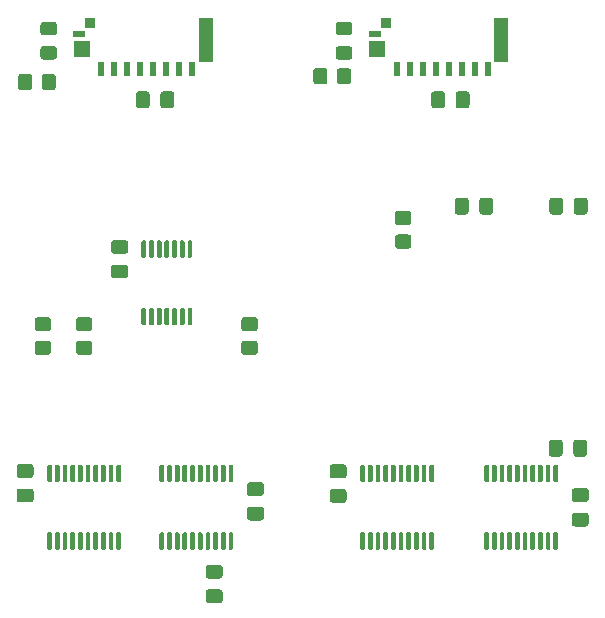
<source format=gbr>
%TF.GenerationSoftware,KiCad,Pcbnew,5.1.9+dfsg1-1*%
%TF.CreationDate,2023-01-11T12:06:23+00:00*%
%TF.ProjectId,Atari_ST_HDD_EMULATOR,41746172-695f-4535-945f-4844445f454d,1.0_dh219*%
%TF.SameCoordinates,Original*%
%TF.FileFunction,Paste,Top*%
%TF.FilePolarity,Positive*%
%FSLAX46Y46*%
G04 Gerber Fmt 4.6, Leading zero omitted, Abs format (unit mm)*
G04 Created by KiCad (PCBNEW 5.1.9+dfsg1-1) date 2023-01-11 12:06:23*
%MOMM*%
%LPD*%
G01*
G04 APERTURE LIST*
%ADD10R,0.939800X0.838200*%
%ADD11R,0.990600X0.609600*%
%ADD12R,1.447800X1.397000*%
%ADD13R,1.193800X3.784600*%
%ADD14R,0.609600X1.244600*%
G04 APERTURE END LIST*
%TO.C,U6*%
G36*
G01*
X134175000Y-89875000D02*
X133975000Y-89875000D01*
G75*
G02*
X133875000Y-89775000I0J100000D01*
G01*
X133875000Y-88500000D01*
G75*
G02*
X133975000Y-88400000I100000J0D01*
G01*
X134175000Y-88400000D01*
G75*
G02*
X134275000Y-88500000I0J-100000D01*
G01*
X134275000Y-89775000D01*
G75*
G02*
X134175000Y-89875000I-100000J0D01*
G01*
G37*
G36*
G01*
X134825000Y-89875000D02*
X134625000Y-89875000D01*
G75*
G02*
X134525000Y-89775000I0J100000D01*
G01*
X134525000Y-88500000D01*
G75*
G02*
X134625000Y-88400000I100000J0D01*
G01*
X134825000Y-88400000D01*
G75*
G02*
X134925000Y-88500000I0J-100000D01*
G01*
X134925000Y-89775000D01*
G75*
G02*
X134825000Y-89875000I-100000J0D01*
G01*
G37*
G36*
G01*
X135475000Y-89875000D02*
X135275000Y-89875000D01*
G75*
G02*
X135175000Y-89775000I0J100000D01*
G01*
X135175000Y-88500000D01*
G75*
G02*
X135275000Y-88400000I100000J0D01*
G01*
X135475000Y-88400000D01*
G75*
G02*
X135575000Y-88500000I0J-100000D01*
G01*
X135575000Y-89775000D01*
G75*
G02*
X135475000Y-89875000I-100000J0D01*
G01*
G37*
G36*
G01*
X136125000Y-89875000D02*
X135925000Y-89875000D01*
G75*
G02*
X135825000Y-89775000I0J100000D01*
G01*
X135825000Y-88500000D01*
G75*
G02*
X135925000Y-88400000I100000J0D01*
G01*
X136125000Y-88400000D01*
G75*
G02*
X136225000Y-88500000I0J-100000D01*
G01*
X136225000Y-89775000D01*
G75*
G02*
X136125000Y-89875000I-100000J0D01*
G01*
G37*
G36*
G01*
X136775000Y-89875000D02*
X136575000Y-89875000D01*
G75*
G02*
X136475000Y-89775000I0J100000D01*
G01*
X136475000Y-88500000D01*
G75*
G02*
X136575000Y-88400000I100000J0D01*
G01*
X136775000Y-88400000D01*
G75*
G02*
X136875000Y-88500000I0J-100000D01*
G01*
X136875000Y-89775000D01*
G75*
G02*
X136775000Y-89875000I-100000J0D01*
G01*
G37*
G36*
G01*
X137425000Y-89875000D02*
X137225000Y-89875000D01*
G75*
G02*
X137125000Y-89775000I0J100000D01*
G01*
X137125000Y-88500000D01*
G75*
G02*
X137225000Y-88400000I100000J0D01*
G01*
X137425000Y-88400000D01*
G75*
G02*
X137525000Y-88500000I0J-100000D01*
G01*
X137525000Y-89775000D01*
G75*
G02*
X137425000Y-89875000I-100000J0D01*
G01*
G37*
G36*
G01*
X138075000Y-89875000D02*
X137875000Y-89875000D01*
G75*
G02*
X137775000Y-89775000I0J100000D01*
G01*
X137775000Y-88500000D01*
G75*
G02*
X137875000Y-88400000I100000J0D01*
G01*
X138075000Y-88400000D01*
G75*
G02*
X138175000Y-88500000I0J-100000D01*
G01*
X138175000Y-89775000D01*
G75*
G02*
X138075000Y-89875000I-100000J0D01*
G01*
G37*
G36*
G01*
X138725000Y-89875000D02*
X138525000Y-89875000D01*
G75*
G02*
X138425000Y-89775000I0J100000D01*
G01*
X138425000Y-88500000D01*
G75*
G02*
X138525000Y-88400000I100000J0D01*
G01*
X138725000Y-88400000D01*
G75*
G02*
X138825000Y-88500000I0J-100000D01*
G01*
X138825000Y-89775000D01*
G75*
G02*
X138725000Y-89875000I-100000J0D01*
G01*
G37*
G36*
G01*
X139375000Y-89875000D02*
X139175000Y-89875000D01*
G75*
G02*
X139075000Y-89775000I0J100000D01*
G01*
X139075000Y-88500000D01*
G75*
G02*
X139175000Y-88400000I100000J0D01*
G01*
X139375000Y-88400000D01*
G75*
G02*
X139475000Y-88500000I0J-100000D01*
G01*
X139475000Y-89775000D01*
G75*
G02*
X139375000Y-89875000I-100000J0D01*
G01*
G37*
G36*
G01*
X140025000Y-89875000D02*
X139825000Y-89875000D01*
G75*
G02*
X139725000Y-89775000I0J100000D01*
G01*
X139725000Y-88500000D01*
G75*
G02*
X139825000Y-88400000I100000J0D01*
G01*
X140025000Y-88400000D01*
G75*
G02*
X140125000Y-88500000I0J-100000D01*
G01*
X140125000Y-89775000D01*
G75*
G02*
X140025000Y-89875000I-100000J0D01*
G01*
G37*
G36*
G01*
X140025000Y-95600000D02*
X139825000Y-95600000D01*
G75*
G02*
X139725000Y-95500000I0J100000D01*
G01*
X139725000Y-94225000D01*
G75*
G02*
X139825000Y-94125000I100000J0D01*
G01*
X140025000Y-94125000D01*
G75*
G02*
X140125000Y-94225000I0J-100000D01*
G01*
X140125000Y-95500000D01*
G75*
G02*
X140025000Y-95600000I-100000J0D01*
G01*
G37*
G36*
G01*
X139375000Y-95600000D02*
X139175000Y-95600000D01*
G75*
G02*
X139075000Y-95500000I0J100000D01*
G01*
X139075000Y-94225000D01*
G75*
G02*
X139175000Y-94125000I100000J0D01*
G01*
X139375000Y-94125000D01*
G75*
G02*
X139475000Y-94225000I0J-100000D01*
G01*
X139475000Y-95500000D01*
G75*
G02*
X139375000Y-95600000I-100000J0D01*
G01*
G37*
G36*
G01*
X138725000Y-95600000D02*
X138525000Y-95600000D01*
G75*
G02*
X138425000Y-95500000I0J100000D01*
G01*
X138425000Y-94225000D01*
G75*
G02*
X138525000Y-94125000I100000J0D01*
G01*
X138725000Y-94125000D01*
G75*
G02*
X138825000Y-94225000I0J-100000D01*
G01*
X138825000Y-95500000D01*
G75*
G02*
X138725000Y-95600000I-100000J0D01*
G01*
G37*
G36*
G01*
X138075000Y-95600000D02*
X137875000Y-95600000D01*
G75*
G02*
X137775000Y-95500000I0J100000D01*
G01*
X137775000Y-94225000D01*
G75*
G02*
X137875000Y-94125000I100000J0D01*
G01*
X138075000Y-94125000D01*
G75*
G02*
X138175000Y-94225000I0J-100000D01*
G01*
X138175000Y-95500000D01*
G75*
G02*
X138075000Y-95600000I-100000J0D01*
G01*
G37*
G36*
G01*
X137425000Y-95600000D02*
X137225000Y-95600000D01*
G75*
G02*
X137125000Y-95500000I0J100000D01*
G01*
X137125000Y-94225000D01*
G75*
G02*
X137225000Y-94125000I100000J0D01*
G01*
X137425000Y-94125000D01*
G75*
G02*
X137525000Y-94225000I0J-100000D01*
G01*
X137525000Y-95500000D01*
G75*
G02*
X137425000Y-95600000I-100000J0D01*
G01*
G37*
G36*
G01*
X136775000Y-95600000D02*
X136575000Y-95600000D01*
G75*
G02*
X136475000Y-95500000I0J100000D01*
G01*
X136475000Y-94225000D01*
G75*
G02*
X136575000Y-94125000I100000J0D01*
G01*
X136775000Y-94125000D01*
G75*
G02*
X136875000Y-94225000I0J-100000D01*
G01*
X136875000Y-95500000D01*
G75*
G02*
X136775000Y-95600000I-100000J0D01*
G01*
G37*
G36*
G01*
X136125000Y-95600000D02*
X135925000Y-95600000D01*
G75*
G02*
X135825000Y-95500000I0J100000D01*
G01*
X135825000Y-94225000D01*
G75*
G02*
X135925000Y-94125000I100000J0D01*
G01*
X136125000Y-94125000D01*
G75*
G02*
X136225000Y-94225000I0J-100000D01*
G01*
X136225000Y-95500000D01*
G75*
G02*
X136125000Y-95600000I-100000J0D01*
G01*
G37*
G36*
G01*
X135475000Y-95600000D02*
X135275000Y-95600000D01*
G75*
G02*
X135175000Y-95500000I0J100000D01*
G01*
X135175000Y-94225000D01*
G75*
G02*
X135275000Y-94125000I100000J0D01*
G01*
X135475000Y-94125000D01*
G75*
G02*
X135575000Y-94225000I0J-100000D01*
G01*
X135575000Y-95500000D01*
G75*
G02*
X135475000Y-95600000I-100000J0D01*
G01*
G37*
G36*
G01*
X134825000Y-95600000D02*
X134625000Y-95600000D01*
G75*
G02*
X134525000Y-95500000I0J100000D01*
G01*
X134525000Y-94225000D01*
G75*
G02*
X134625000Y-94125000I100000J0D01*
G01*
X134825000Y-94125000D01*
G75*
G02*
X134925000Y-94225000I0J-100000D01*
G01*
X134925000Y-95500000D01*
G75*
G02*
X134825000Y-95600000I-100000J0D01*
G01*
G37*
G36*
G01*
X134175000Y-95600000D02*
X133975000Y-95600000D01*
G75*
G02*
X133875000Y-95500000I0J100000D01*
G01*
X133875000Y-94225000D01*
G75*
G02*
X133975000Y-94125000I100000J0D01*
G01*
X134175000Y-94125000D01*
G75*
G02*
X134275000Y-94225000I0J-100000D01*
G01*
X134275000Y-95500000D01*
G75*
G02*
X134175000Y-95600000I-100000J0D01*
G01*
G37*
%TD*%
%TO.C,U5*%
G36*
G01*
X160675000Y-89875000D02*
X160475000Y-89875000D01*
G75*
G02*
X160375000Y-89775000I0J100000D01*
G01*
X160375000Y-88500000D01*
G75*
G02*
X160475000Y-88400000I100000J0D01*
G01*
X160675000Y-88400000D01*
G75*
G02*
X160775000Y-88500000I0J-100000D01*
G01*
X160775000Y-89775000D01*
G75*
G02*
X160675000Y-89875000I-100000J0D01*
G01*
G37*
G36*
G01*
X161325000Y-89875000D02*
X161125000Y-89875000D01*
G75*
G02*
X161025000Y-89775000I0J100000D01*
G01*
X161025000Y-88500000D01*
G75*
G02*
X161125000Y-88400000I100000J0D01*
G01*
X161325000Y-88400000D01*
G75*
G02*
X161425000Y-88500000I0J-100000D01*
G01*
X161425000Y-89775000D01*
G75*
G02*
X161325000Y-89875000I-100000J0D01*
G01*
G37*
G36*
G01*
X161975000Y-89875000D02*
X161775000Y-89875000D01*
G75*
G02*
X161675000Y-89775000I0J100000D01*
G01*
X161675000Y-88500000D01*
G75*
G02*
X161775000Y-88400000I100000J0D01*
G01*
X161975000Y-88400000D01*
G75*
G02*
X162075000Y-88500000I0J-100000D01*
G01*
X162075000Y-89775000D01*
G75*
G02*
X161975000Y-89875000I-100000J0D01*
G01*
G37*
G36*
G01*
X162625000Y-89875000D02*
X162425000Y-89875000D01*
G75*
G02*
X162325000Y-89775000I0J100000D01*
G01*
X162325000Y-88500000D01*
G75*
G02*
X162425000Y-88400000I100000J0D01*
G01*
X162625000Y-88400000D01*
G75*
G02*
X162725000Y-88500000I0J-100000D01*
G01*
X162725000Y-89775000D01*
G75*
G02*
X162625000Y-89875000I-100000J0D01*
G01*
G37*
G36*
G01*
X163275000Y-89875000D02*
X163075000Y-89875000D01*
G75*
G02*
X162975000Y-89775000I0J100000D01*
G01*
X162975000Y-88500000D01*
G75*
G02*
X163075000Y-88400000I100000J0D01*
G01*
X163275000Y-88400000D01*
G75*
G02*
X163375000Y-88500000I0J-100000D01*
G01*
X163375000Y-89775000D01*
G75*
G02*
X163275000Y-89875000I-100000J0D01*
G01*
G37*
G36*
G01*
X163925000Y-89875000D02*
X163725000Y-89875000D01*
G75*
G02*
X163625000Y-89775000I0J100000D01*
G01*
X163625000Y-88500000D01*
G75*
G02*
X163725000Y-88400000I100000J0D01*
G01*
X163925000Y-88400000D01*
G75*
G02*
X164025000Y-88500000I0J-100000D01*
G01*
X164025000Y-89775000D01*
G75*
G02*
X163925000Y-89875000I-100000J0D01*
G01*
G37*
G36*
G01*
X164575000Y-89875000D02*
X164375000Y-89875000D01*
G75*
G02*
X164275000Y-89775000I0J100000D01*
G01*
X164275000Y-88500000D01*
G75*
G02*
X164375000Y-88400000I100000J0D01*
G01*
X164575000Y-88400000D01*
G75*
G02*
X164675000Y-88500000I0J-100000D01*
G01*
X164675000Y-89775000D01*
G75*
G02*
X164575000Y-89875000I-100000J0D01*
G01*
G37*
G36*
G01*
X165225000Y-89875000D02*
X165025000Y-89875000D01*
G75*
G02*
X164925000Y-89775000I0J100000D01*
G01*
X164925000Y-88500000D01*
G75*
G02*
X165025000Y-88400000I100000J0D01*
G01*
X165225000Y-88400000D01*
G75*
G02*
X165325000Y-88500000I0J-100000D01*
G01*
X165325000Y-89775000D01*
G75*
G02*
X165225000Y-89875000I-100000J0D01*
G01*
G37*
G36*
G01*
X165875000Y-89875000D02*
X165675000Y-89875000D01*
G75*
G02*
X165575000Y-89775000I0J100000D01*
G01*
X165575000Y-88500000D01*
G75*
G02*
X165675000Y-88400000I100000J0D01*
G01*
X165875000Y-88400000D01*
G75*
G02*
X165975000Y-88500000I0J-100000D01*
G01*
X165975000Y-89775000D01*
G75*
G02*
X165875000Y-89875000I-100000J0D01*
G01*
G37*
G36*
G01*
X166525000Y-89875000D02*
X166325000Y-89875000D01*
G75*
G02*
X166225000Y-89775000I0J100000D01*
G01*
X166225000Y-88500000D01*
G75*
G02*
X166325000Y-88400000I100000J0D01*
G01*
X166525000Y-88400000D01*
G75*
G02*
X166625000Y-88500000I0J-100000D01*
G01*
X166625000Y-89775000D01*
G75*
G02*
X166525000Y-89875000I-100000J0D01*
G01*
G37*
G36*
G01*
X166525000Y-95600000D02*
X166325000Y-95600000D01*
G75*
G02*
X166225000Y-95500000I0J100000D01*
G01*
X166225000Y-94225000D01*
G75*
G02*
X166325000Y-94125000I100000J0D01*
G01*
X166525000Y-94125000D01*
G75*
G02*
X166625000Y-94225000I0J-100000D01*
G01*
X166625000Y-95500000D01*
G75*
G02*
X166525000Y-95600000I-100000J0D01*
G01*
G37*
G36*
G01*
X165875000Y-95600000D02*
X165675000Y-95600000D01*
G75*
G02*
X165575000Y-95500000I0J100000D01*
G01*
X165575000Y-94225000D01*
G75*
G02*
X165675000Y-94125000I100000J0D01*
G01*
X165875000Y-94125000D01*
G75*
G02*
X165975000Y-94225000I0J-100000D01*
G01*
X165975000Y-95500000D01*
G75*
G02*
X165875000Y-95600000I-100000J0D01*
G01*
G37*
G36*
G01*
X165225000Y-95600000D02*
X165025000Y-95600000D01*
G75*
G02*
X164925000Y-95500000I0J100000D01*
G01*
X164925000Y-94225000D01*
G75*
G02*
X165025000Y-94125000I100000J0D01*
G01*
X165225000Y-94125000D01*
G75*
G02*
X165325000Y-94225000I0J-100000D01*
G01*
X165325000Y-95500000D01*
G75*
G02*
X165225000Y-95600000I-100000J0D01*
G01*
G37*
G36*
G01*
X164575000Y-95600000D02*
X164375000Y-95600000D01*
G75*
G02*
X164275000Y-95500000I0J100000D01*
G01*
X164275000Y-94225000D01*
G75*
G02*
X164375000Y-94125000I100000J0D01*
G01*
X164575000Y-94125000D01*
G75*
G02*
X164675000Y-94225000I0J-100000D01*
G01*
X164675000Y-95500000D01*
G75*
G02*
X164575000Y-95600000I-100000J0D01*
G01*
G37*
G36*
G01*
X163925000Y-95600000D02*
X163725000Y-95600000D01*
G75*
G02*
X163625000Y-95500000I0J100000D01*
G01*
X163625000Y-94225000D01*
G75*
G02*
X163725000Y-94125000I100000J0D01*
G01*
X163925000Y-94125000D01*
G75*
G02*
X164025000Y-94225000I0J-100000D01*
G01*
X164025000Y-95500000D01*
G75*
G02*
X163925000Y-95600000I-100000J0D01*
G01*
G37*
G36*
G01*
X163275000Y-95600000D02*
X163075000Y-95600000D01*
G75*
G02*
X162975000Y-95500000I0J100000D01*
G01*
X162975000Y-94225000D01*
G75*
G02*
X163075000Y-94125000I100000J0D01*
G01*
X163275000Y-94125000D01*
G75*
G02*
X163375000Y-94225000I0J-100000D01*
G01*
X163375000Y-95500000D01*
G75*
G02*
X163275000Y-95600000I-100000J0D01*
G01*
G37*
G36*
G01*
X162625000Y-95600000D02*
X162425000Y-95600000D01*
G75*
G02*
X162325000Y-95500000I0J100000D01*
G01*
X162325000Y-94225000D01*
G75*
G02*
X162425000Y-94125000I100000J0D01*
G01*
X162625000Y-94125000D01*
G75*
G02*
X162725000Y-94225000I0J-100000D01*
G01*
X162725000Y-95500000D01*
G75*
G02*
X162625000Y-95600000I-100000J0D01*
G01*
G37*
G36*
G01*
X161975000Y-95600000D02*
X161775000Y-95600000D01*
G75*
G02*
X161675000Y-95500000I0J100000D01*
G01*
X161675000Y-94225000D01*
G75*
G02*
X161775000Y-94125000I100000J0D01*
G01*
X161975000Y-94125000D01*
G75*
G02*
X162075000Y-94225000I0J-100000D01*
G01*
X162075000Y-95500000D01*
G75*
G02*
X161975000Y-95600000I-100000J0D01*
G01*
G37*
G36*
G01*
X161325000Y-95600000D02*
X161125000Y-95600000D01*
G75*
G02*
X161025000Y-95500000I0J100000D01*
G01*
X161025000Y-94225000D01*
G75*
G02*
X161125000Y-94125000I100000J0D01*
G01*
X161325000Y-94125000D01*
G75*
G02*
X161425000Y-94225000I0J-100000D01*
G01*
X161425000Y-95500000D01*
G75*
G02*
X161325000Y-95600000I-100000J0D01*
G01*
G37*
G36*
G01*
X160675000Y-95600000D02*
X160475000Y-95600000D01*
G75*
G02*
X160375000Y-95500000I0J100000D01*
G01*
X160375000Y-94225000D01*
G75*
G02*
X160475000Y-94125000I100000J0D01*
G01*
X160675000Y-94125000D01*
G75*
G02*
X160775000Y-94225000I0J-100000D01*
G01*
X160775000Y-95500000D01*
G75*
G02*
X160675000Y-95600000I-100000J0D01*
G01*
G37*
%TD*%
%TO.C,C6*%
G36*
G01*
X131525000Y-90412500D02*
X132475000Y-90412500D01*
G75*
G02*
X132725000Y-90662500I0J-250000D01*
G01*
X132725000Y-91337500D01*
G75*
G02*
X132475000Y-91587500I-250000J0D01*
G01*
X131525000Y-91587500D01*
G75*
G02*
X131275000Y-91337500I0J250000D01*
G01*
X131275000Y-90662500D01*
G75*
G02*
X131525000Y-90412500I250000J0D01*
G01*
G37*
G36*
G01*
X131525000Y-88337500D02*
X132475000Y-88337500D01*
G75*
G02*
X132725000Y-88587500I0J-250000D01*
G01*
X132725000Y-89262500D01*
G75*
G02*
X132475000Y-89512500I-250000J0D01*
G01*
X131525000Y-89512500D01*
G75*
G02*
X131275000Y-89262500I0J250000D01*
G01*
X131275000Y-88587500D01*
G75*
G02*
X131525000Y-88337500I250000J0D01*
G01*
G37*
%TD*%
%TO.C,C1*%
G36*
G01*
X158025000Y-90450000D02*
X158975000Y-90450000D01*
G75*
G02*
X159225000Y-90700000I0J-250000D01*
G01*
X159225000Y-91375000D01*
G75*
G02*
X158975000Y-91625000I-250000J0D01*
G01*
X158025000Y-91625000D01*
G75*
G02*
X157775000Y-91375000I0J250000D01*
G01*
X157775000Y-90700000D01*
G75*
G02*
X158025000Y-90450000I250000J0D01*
G01*
G37*
G36*
G01*
X158025000Y-88375000D02*
X158975000Y-88375000D01*
G75*
G02*
X159225000Y-88625000I0J-250000D01*
G01*
X159225000Y-89300000D01*
G75*
G02*
X158975000Y-89550000I-250000J0D01*
G01*
X158025000Y-89550000D01*
G75*
G02*
X157775000Y-89300000I0J250000D01*
G01*
X157775000Y-88625000D01*
G75*
G02*
X158025000Y-88375000I250000J0D01*
G01*
G37*
%TD*%
%TO.C,C2*%
G36*
G01*
X147525000Y-98950000D02*
X148475000Y-98950000D01*
G75*
G02*
X148725000Y-99200000I0J-250000D01*
G01*
X148725000Y-99875000D01*
G75*
G02*
X148475000Y-100125000I-250000J0D01*
G01*
X147525000Y-100125000D01*
G75*
G02*
X147275000Y-99875000I0J250000D01*
G01*
X147275000Y-99200000D01*
G75*
G02*
X147525000Y-98950000I250000J0D01*
G01*
G37*
G36*
G01*
X147525000Y-96875000D02*
X148475000Y-96875000D01*
G75*
G02*
X148725000Y-97125000I0J-250000D01*
G01*
X148725000Y-97800000D01*
G75*
G02*
X148475000Y-98050000I-250000J0D01*
G01*
X147525000Y-98050000D01*
G75*
G02*
X147275000Y-97800000I0J250000D01*
G01*
X147275000Y-97125000D01*
G75*
G02*
X147525000Y-96875000I250000J0D01*
G01*
G37*
%TD*%
%TO.C,C7*%
G36*
G01*
X139525000Y-71450000D02*
X140475000Y-71450000D01*
G75*
G02*
X140725000Y-71700000I0J-250000D01*
G01*
X140725000Y-72375000D01*
G75*
G02*
X140475000Y-72625000I-250000J0D01*
G01*
X139525000Y-72625000D01*
G75*
G02*
X139275000Y-72375000I0J250000D01*
G01*
X139275000Y-71700000D01*
G75*
G02*
X139525000Y-71450000I250000J0D01*
G01*
G37*
G36*
G01*
X139525000Y-69375000D02*
X140475000Y-69375000D01*
G75*
G02*
X140725000Y-69625000I0J-250000D01*
G01*
X140725000Y-70300000D01*
G75*
G02*
X140475000Y-70550000I-250000J0D01*
G01*
X139525000Y-70550000D01*
G75*
G02*
X139275000Y-70300000I0J250000D01*
G01*
X139275000Y-69625000D01*
G75*
G02*
X139525000Y-69375000I250000J0D01*
G01*
G37*
%TD*%
%TO.C,C3*%
G36*
G01*
X179475000Y-91550000D02*
X178525000Y-91550000D01*
G75*
G02*
X178275000Y-91300000I0J250000D01*
G01*
X178275000Y-90625000D01*
G75*
G02*
X178525000Y-90375000I250000J0D01*
G01*
X179475000Y-90375000D01*
G75*
G02*
X179725000Y-90625000I0J-250000D01*
G01*
X179725000Y-91300000D01*
G75*
G02*
X179475000Y-91550000I-250000J0D01*
G01*
G37*
G36*
G01*
X179475000Y-93625000D02*
X178525000Y-93625000D01*
G75*
G02*
X178275000Y-93375000I0J250000D01*
G01*
X178275000Y-92700000D01*
G75*
G02*
X178525000Y-92450000I250000J0D01*
G01*
X179475000Y-92450000D01*
G75*
G02*
X179725000Y-92700000I0J-250000D01*
G01*
X179725000Y-93375000D01*
G75*
G02*
X179475000Y-93625000I-250000J0D01*
G01*
G37*
%TD*%
%TO.C,C4*%
G36*
G01*
X151025000Y-91950000D02*
X151975000Y-91950000D01*
G75*
G02*
X152225000Y-92200000I0J-250000D01*
G01*
X152225000Y-92875000D01*
G75*
G02*
X151975000Y-93125000I-250000J0D01*
G01*
X151025000Y-93125000D01*
G75*
G02*
X150775000Y-92875000I0J250000D01*
G01*
X150775000Y-92200000D01*
G75*
G02*
X151025000Y-91950000I250000J0D01*
G01*
G37*
G36*
G01*
X151025000Y-89875000D02*
X151975000Y-89875000D01*
G75*
G02*
X152225000Y-90125000I0J-250000D01*
G01*
X152225000Y-90800000D01*
G75*
G02*
X151975000Y-91050000I-250000J0D01*
G01*
X151025000Y-91050000D01*
G75*
G02*
X150775000Y-90800000I0J250000D01*
G01*
X150775000Y-90125000D01*
G75*
G02*
X151025000Y-89875000I250000J0D01*
G01*
G37*
%TD*%
%TO.C,C5*%
G36*
G01*
X178412500Y-87475000D02*
X178412500Y-86525000D01*
G75*
G02*
X178662500Y-86275000I250000J0D01*
G01*
X179337500Y-86275000D01*
G75*
G02*
X179587500Y-86525000I0J-250000D01*
G01*
X179587500Y-87475000D01*
G75*
G02*
X179337500Y-87725000I-250000J0D01*
G01*
X178662500Y-87725000D01*
G75*
G02*
X178412500Y-87475000I0J250000D01*
G01*
G37*
G36*
G01*
X176337500Y-87475000D02*
X176337500Y-86525000D01*
G75*
G02*
X176587500Y-86275000I250000J0D01*
G01*
X177262500Y-86275000D01*
G75*
G02*
X177512500Y-86525000I0J-250000D01*
G01*
X177512500Y-87475000D01*
G75*
G02*
X177262500Y-87725000I-250000J0D01*
G01*
X176587500Y-87725000D01*
G75*
G02*
X176337500Y-87475000I0J250000D01*
G01*
G37*
%TD*%
D10*
%TO.C,J4*%
X137525000Y-50980899D03*
D11*
X136600001Y-51955901D03*
D12*
X136825499Y-53205901D03*
D13*
X147299964Y-52450901D03*
D14*
X146149999Y-54930899D03*
X145050002Y-54930899D03*
X143950001Y-54930899D03*
X142850001Y-54930899D03*
X141750000Y-54930899D03*
X140650000Y-54930899D03*
X139550000Y-54930899D03*
X138449999Y-54930899D03*
%TD*%
%TO.C,U3*%
G36*
G01*
X142150000Y-70875000D02*
X141950000Y-70875000D01*
G75*
G02*
X141850000Y-70775000I0J100000D01*
G01*
X141850000Y-69500000D01*
G75*
G02*
X141950000Y-69400000I100000J0D01*
G01*
X142150000Y-69400000D01*
G75*
G02*
X142250000Y-69500000I0J-100000D01*
G01*
X142250000Y-70775000D01*
G75*
G02*
X142150000Y-70875000I-100000J0D01*
G01*
G37*
G36*
G01*
X142800000Y-70875000D02*
X142600000Y-70875000D01*
G75*
G02*
X142500000Y-70775000I0J100000D01*
G01*
X142500000Y-69500000D01*
G75*
G02*
X142600000Y-69400000I100000J0D01*
G01*
X142800000Y-69400000D01*
G75*
G02*
X142900000Y-69500000I0J-100000D01*
G01*
X142900000Y-70775000D01*
G75*
G02*
X142800000Y-70875000I-100000J0D01*
G01*
G37*
G36*
G01*
X143450000Y-70875000D02*
X143250000Y-70875000D01*
G75*
G02*
X143150000Y-70775000I0J100000D01*
G01*
X143150000Y-69500000D01*
G75*
G02*
X143250000Y-69400000I100000J0D01*
G01*
X143450000Y-69400000D01*
G75*
G02*
X143550000Y-69500000I0J-100000D01*
G01*
X143550000Y-70775000D01*
G75*
G02*
X143450000Y-70875000I-100000J0D01*
G01*
G37*
G36*
G01*
X144100000Y-70875000D02*
X143900000Y-70875000D01*
G75*
G02*
X143800000Y-70775000I0J100000D01*
G01*
X143800000Y-69500000D01*
G75*
G02*
X143900000Y-69400000I100000J0D01*
G01*
X144100000Y-69400000D01*
G75*
G02*
X144200000Y-69500000I0J-100000D01*
G01*
X144200000Y-70775000D01*
G75*
G02*
X144100000Y-70875000I-100000J0D01*
G01*
G37*
G36*
G01*
X144750000Y-70875000D02*
X144550000Y-70875000D01*
G75*
G02*
X144450000Y-70775000I0J100000D01*
G01*
X144450000Y-69500000D01*
G75*
G02*
X144550000Y-69400000I100000J0D01*
G01*
X144750000Y-69400000D01*
G75*
G02*
X144850000Y-69500000I0J-100000D01*
G01*
X144850000Y-70775000D01*
G75*
G02*
X144750000Y-70875000I-100000J0D01*
G01*
G37*
G36*
G01*
X145400000Y-70875000D02*
X145200000Y-70875000D01*
G75*
G02*
X145100000Y-70775000I0J100000D01*
G01*
X145100000Y-69500000D01*
G75*
G02*
X145200000Y-69400000I100000J0D01*
G01*
X145400000Y-69400000D01*
G75*
G02*
X145500000Y-69500000I0J-100000D01*
G01*
X145500000Y-70775000D01*
G75*
G02*
X145400000Y-70875000I-100000J0D01*
G01*
G37*
G36*
G01*
X146050000Y-70875000D02*
X145850000Y-70875000D01*
G75*
G02*
X145750000Y-70775000I0J100000D01*
G01*
X145750000Y-69500000D01*
G75*
G02*
X145850000Y-69400000I100000J0D01*
G01*
X146050000Y-69400000D01*
G75*
G02*
X146150000Y-69500000I0J-100000D01*
G01*
X146150000Y-70775000D01*
G75*
G02*
X146050000Y-70875000I-100000J0D01*
G01*
G37*
G36*
G01*
X146050000Y-76600000D02*
X145850000Y-76600000D01*
G75*
G02*
X145750000Y-76500000I0J100000D01*
G01*
X145750000Y-75225000D01*
G75*
G02*
X145850000Y-75125000I100000J0D01*
G01*
X146050000Y-75125000D01*
G75*
G02*
X146150000Y-75225000I0J-100000D01*
G01*
X146150000Y-76500000D01*
G75*
G02*
X146050000Y-76600000I-100000J0D01*
G01*
G37*
G36*
G01*
X145400000Y-76600000D02*
X145200000Y-76600000D01*
G75*
G02*
X145100000Y-76500000I0J100000D01*
G01*
X145100000Y-75225000D01*
G75*
G02*
X145200000Y-75125000I100000J0D01*
G01*
X145400000Y-75125000D01*
G75*
G02*
X145500000Y-75225000I0J-100000D01*
G01*
X145500000Y-76500000D01*
G75*
G02*
X145400000Y-76600000I-100000J0D01*
G01*
G37*
G36*
G01*
X144750000Y-76600000D02*
X144550000Y-76600000D01*
G75*
G02*
X144450000Y-76500000I0J100000D01*
G01*
X144450000Y-75225000D01*
G75*
G02*
X144550000Y-75125000I100000J0D01*
G01*
X144750000Y-75125000D01*
G75*
G02*
X144850000Y-75225000I0J-100000D01*
G01*
X144850000Y-76500000D01*
G75*
G02*
X144750000Y-76600000I-100000J0D01*
G01*
G37*
G36*
G01*
X144100000Y-76600000D02*
X143900000Y-76600000D01*
G75*
G02*
X143800000Y-76500000I0J100000D01*
G01*
X143800000Y-75225000D01*
G75*
G02*
X143900000Y-75125000I100000J0D01*
G01*
X144100000Y-75125000D01*
G75*
G02*
X144200000Y-75225000I0J-100000D01*
G01*
X144200000Y-76500000D01*
G75*
G02*
X144100000Y-76600000I-100000J0D01*
G01*
G37*
G36*
G01*
X143450000Y-76600000D02*
X143250000Y-76600000D01*
G75*
G02*
X143150000Y-76500000I0J100000D01*
G01*
X143150000Y-75225000D01*
G75*
G02*
X143250000Y-75125000I100000J0D01*
G01*
X143450000Y-75125000D01*
G75*
G02*
X143550000Y-75225000I0J-100000D01*
G01*
X143550000Y-76500000D01*
G75*
G02*
X143450000Y-76600000I-100000J0D01*
G01*
G37*
G36*
G01*
X142800000Y-76600000D02*
X142600000Y-76600000D01*
G75*
G02*
X142500000Y-76500000I0J100000D01*
G01*
X142500000Y-75225000D01*
G75*
G02*
X142600000Y-75125000I100000J0D01*
G01*
X142800000Y-75125000D01*
G75*
G02*
X142900000Y-75225000I0J-100000D01*
G01*
X142900000Y-76500000D01*
G75*
G02*
X142800000Y-76600000I-100000J0D01*
G01*
G37*
G36*
G01*
X142150000Y-76600000D02*
X141950000Y-76600000D01*
G75*
G02*
X141850000Y-76500000I0J100000D01*
G01*
X141850000Y-75225000D01*
G75*
G02*
X141950000Y-75125000I100000J0D01*
G01*
X142150000Y-75125000D01*
G75*
G02*
X142250000Y-75225000I0J-100000D01*
G01*
X142250000Y-76500000D01*
G75*
G02*
X142150000Y-76600000I-100000J0D01*
G01*
G37*
%TD*%
%TO.C,R1*%
G36*
G01*
X163549999Y-68900000D02*
X164450001Y-68900000D01*
G75*
G02*
X164700000Y-69149999I0J-249999D01*
G01*
X164700000Y-69850001D01*
G75*
G02*
X164450001Y-70100000I-249999J0D01*
G01*
X163549999Y-70100000D01*
G75*
G02*
X163300000Y-69850001I0J249999D01*
G01*
X163300000Y-69149999D01*
G75*
G02*
X163549999Y-68900000I249999J0D01*
G01*
G37*
G36*
G01*
X163549999Y-66900000D02*
X164450001Y-66900000D01*
G75*
G02*
X164700000Y-67149999I0J-249999D01*
G01*
X164700000Y-67850001D01*
G75*
G02*
X164450001Y-68100000I-249999J0D01*
G01*
X163549999Y-68100000D01*
G75*
G02*
X163300000Y-67850001I0J249999D01*
G01*
X163300000Y-67149999D01*
G75*
G02*
X163549999Y-66900000I249999J0D01*
G01*
G37*
%TD*%
%TO.C,R4*%
G36*
G01*
X150549999Y-77900000D02*
X151450001Y-77900000D01*
G75*
G02*
X151700000Y-78149999I0J-249999D01*
G01*
X151700000Y-78850001D01*
G75*
G02*
X151450001Y-79100000I-249999J0D01*
G01*
X150549999Y-79100000D01*
G75*
G02*
X150300000Y-78850001I0J249999D01*
G01*
X150300000Y-78149999D01*
G75*
G02*
X150549999Y-77900000I249999J0D01*
G01*
G37*
G36*
G01*
X150549999Y-75900000D02*
X151450001Y-75900000D01*
G75*
G02*
X151700000Y-76149999I0J-249999D01*
G01*
X151700000Y-76850001D01*
G75*
G02*
X151450001Y-77100000I-249999J0D01*
G01*
X150549999Y-77100000D01*
G75*
G02*
X150300000Y-76850001I0J249999D01*
G01*
X150300000Y-76149999D01*
G75*
G02*
X150549999Y-75900000I249999J0D01*
G01*
G37*
%TD*%
%TO.C,R3*%
G36*
G01*
X136549999Y-77900000D02*
X137450001Y-77900000D01*
G75*
G02*
X137700000Y-78149999I0J-249999D01*
G01*
X137700000Y-78850001D01*
G75*
G02*
X137450001Y-79100000I-249999J0D01*
G01*
X136549999Y-79100000D01*
G75*
G02*
X136300000Y-78850001I0J249999D01*
G01*
X136300000Y-78149999D01*
G75*
G02*
X136549999Y-77900000I249999J0D01*
G01*
G37*
G36*
G01*
X136549999Y-75900000D02*
X137450001Y-75900000D01*
G75*
G02*
X137700000Y-76149999I0J-249999D01*
G01*
X137700000Y-76850001D01*
G75*
G02*
X137450001Y-77100000I-249999J0D01*
G01*
X136549999Y-77100000D01*
G75*
G02*
X136300000Y-76850001I0J249999D01*
G01*
X136300000Y-76149999D01*
G75*
G02*
X136549999Y-75900000I249999J0D01*
G01*
G37*
%TD*%
%TO.C,R2*%
G36*
G01*
X133950001Y-77100000D02*
X133049999Y-77100000D01*
G75*
G02*
X132800000Y-76850001I0J249999D01*
G01*
X132800000Y-76149999D01*
G75*
G02*
X133049999Y-75900000I249999J0D01*
G01*
X133950001Y-75900000D01*
G75*
G02*
X134200000Y-76149999I0J-249999D01*
G01*
X134200000Y-76850001D01*
G75*
G02*
X133950001Y-77100000I-249999J0D01*
G01*
G37*
G36*
G01*
X133950001Y-79100000D02*
X133049999Y-79100000D01*
G75*
G02*
X132800000Y-78850001I0J249999D01*
G01*
X132800000Y-78149999D01*
G75*
G02*
X133049999Y-77900000I249999J0D01*
G01*
X133950001Y-77900000D01*
G75*
G02*
X134200000Y-78149999I0J-249999D01*
G01*
X134200000Y-78850001D01*
G75*
G02*
X133950001Y-79100000I-249999J0D01*
G01*
G37*
%TD*%
%TO.C,R5*%
G36*
G01*
X157600000Y-55049999D02*
X157600000Y-55950001D01*
G75*
G02*
X157350001Y-56200000I-249999J0D01*
G01*
X156649999Y-56200000D01*
G75*
G02*
X156400000Y-55950001I0J249999D01*
G01*
X156400000Y-55049999D01*
G75*
G02*
X156649999Y-54800000I249999J0D01*
G01*
X157350001Y-54800000D01*
G75*
G02*
X157600000Y-55049999I0J-249999D01*
G01*
G37*
G36*
G01*
X159600000Y-55049999D02*
X159600000Y-55950001D01*
G75*
G02*
X159350001Y-56200000I-249999J0D01*
G01*
X158649999Y-56200000D01*
G75*
G02*
X158400000Y-55950001I0J249999D01*
G01*
X158400000Y-55049999D01*
G75*
G02*
X158649999Y-54800000I249999J0D01*
G01*
X159350001Y-54800000D01*
G75*
G02*
X159600000Y-55049999I0J-249999D01*
G01*
G37*
%TD*%
%TO.C,R6*%
G36*
G01*
X132600000Y-55549999D02*
X132600000Y-56450001D01*
G75*
G02*
X132350001Y-56700000I-249999J0D01*
G01*
X131649999Y-56700000D01*
G75*
G02*
X131400000Y-56450001I0J249999D01*
G01*
X131400000Y-55549999D01*
G75*
G02*
X131649999Y-55300000I249999J0D01*
G01*
X132350001Y-55300000D01*
G75*
G02*
X132600000Y-55549999I0J-249999D01*
G01*
G37*
G36*
G01*
X134600000Y-55549999D02*
X134600000Y-56450001D01*
G75*
G02*
X134350001Y-56700000I-249999J0D01*
G01*
X133649999Y-56700000D01*
G75*
G02*
X133400000Y-56450001I0J249999D01*
G01*
X133400000Y-55549999D01*
G75*
G02*
X133649999Y-55300000I249999J0D01*
G01*
X134350001Y-55300000D01*
G75*
G02*
X134600000Y-55549999I0J-249999D01*
G01*
G37*
%TD*%
%TO.C,D1*%
G36*
G01*
X159450001Y-52050000D02*
X158549999Y-52050000D01*
G75*
G02*
X158300000Y-51800001I0J249999D01*
G01*
X158300000Y-51149999D01*
G75*
G02*
X158549999Y-50900000I249999J0D01*
G01*
X159450001Y-50900000D01*
G75*
G02*
X159700000Y-51149999I0J-249999D01*
G01*
X159700000Y-51800001D01*
G75*
G02*
X159450001Y-52050000I-249999J0D01*
G01*
G37*
G36*
G01*
X159450001Y-54100000D02*
X158549999Y-54100000D01*
G75*
G02*
X158300000Y-53850001I0J249999D01*
G01*
X158300000Y-53199999D01*
G75*
G02*
X158549999Y-52950000I249999J0D01*
G01*
X159450001Y-52950000D01*
G75*
G02*
X159700000Y-53199999I0J-249999D01*
G01*
X159700000Y-53850001D01*
G75*
G02*
X159450001Y-54100000I-249999J0D01*
G01*
G37*
%TD*%
%TO.C,D2*%
G36*
G01*
X134450001Y-52050000D02*
X133549999Y-52050000D01*
G75*
G02*
X133300000Y-51800001I0J249999D01*
G01*
X133300000Y-51149999D01*
G75*
G02*
X133549999Y-50900000I249999J0D01*
G01*
X134450001Y-50900000D01*
G75*
G02*
X134700000Y-51149999I0J-249999D01*
G01*
X134700000Y-51800001D01*
G75*
G02*
X134450001Y-52050000I-249999J0D01*
G01*
G37*
G36*
G01*
X134450001Y-54100000D02*
X133549999Y-54100000D01*
G75*
G02*
X133300000Y-53850001I0J249999D01*
G01*
X133300000Y-53199999D01*
G75*
G02*
X133549999Y-52950000I249999J0D01*
G01*
X134450001Y-52950000D01*
G75*
G02*
X134700000Y-53199999I0J-249999D01*
G01*
X134700000Y-53850001D01*
G75*
G02*
X134450001Y-54100000I-249999J0D01*
G01*
G37*
%TD*%
%TO.C,C10*%
G36*
G01*
X143450000Y-57975000D02*
X143450000Y-57025000D01*
G75*
G02*
X143700000Y-56775000I250000J0D01*
G01*
X144375000Y-56775000D01*
G75*
G02*
X144625000Y-57025000I0J-250000D01*
G01*
X144625000Y-57975000D01*
G75*
G02*
X144375000Y-58225000I-250000J0D01*
G01*
X143700000Y-58225000D01*
G75*
G02*
X143450000Y-57975000I0J250000D01*
G01*
G37*
G36*
G01*
X141375000Y-57975000D02*
X141375000Y-57025000D01*
G75*
G02*
X141625000Y-56775000I250000J0D01*
G01*
X142300000Y-56775000D01*
G75*
G02*
X142550000Y-57025000I0J-250000D01*
G01*
X142550000Y-57975000D01*
G75*
G02*
X142300000Y-58225000I-250000J0D01*
G01*
X141625000Y-58225000D01*
G75*
G02*
X141375000Y-57975000I0J250000D01*
G01*
G37*
%TD*%
%TO.C,C9*%
G36*
G01*
X168450000Y-57975000D02*
X168450000Y-57025000D01*
G75*
G02*
X168700000Y-56775000I250000J0D01*
G01*
X169375000Y-56775000D01*
G75*
G02*
X169625000Y-57025000I0J-250000D01*
G01*
X169625000Y-57975000D01*
G75*
G02*
X169375000Y-58225000I-250000J0D01*
G01*
X168700000Y-58225000D01*
G75*
G02*
X168450000Y-57975000I0J250000D01*
G01*
G37*
G36*
G01*
X166375000Y-57975000D02*
X166375000Y-57025000D01*
G75*
G02*
X166625000Y-56775000I250000J0D01*
G01*
X167300000Y-56775000D01*
G75*
G02*
X167550000Y-57025000I0J-250000D01*
G01*
X167550000Y-57975000D01*
G75*
G02*
X167300000Y-58225000I-250000J0D01*
G01*
X166625000Y-58225000D01*
G75*
G02*
X166375000Y-57975000I0J250000D01*
G01*
G37*
%TD*%
%TO.C,C11*%
G36*
G01*
X170450000Y-66975000D02*
X170450000Y-66025000D01*
G75*
G02*
X170700000Y-65775000I250000J0D01*
G01*
X171375000Y-65775000D01*
G75*
G02*
X171625000Y-66025000I0J-250000D01*
G01*
X171625000Y-66975000D01*
G75*
G02*
X171375000Y-67225000I-250000J0D01*
G01*
X170700000Y-67225000D01*
G75*
G02*
X170450000Y-66975000I0J250000D01*
G01*
G37*
G36*
G01*
X168375000Y-66975000D02*
X168375000Y-66025000D01*
G75*
G02*
X168625000Y-65775000I250000J0D01*
G01*
X169300000Y-65775000D01*
G75*
G02*
X169550000Y-66025000I0J-250000D01*
G01*
X169550000Y-66975000D01*
G75*
G02*
X169300000Y-67225000I-250000J0D01*
G01*
X168625000Y-67225000D01*
G75*
G02*
X168375000Y-66975000I0J250000D01*
G01*
G37*
%TD*%
%TO.C,C8*%
G36*
G01*
X177550000Y-66025000D02*
X177550000Y-66975000D01*
G75*
G02*
X177300000Y-67225000I-250000J0D01*
G01*
X176625000Y-67225000D01*
G75*
G02*
X176375000Y-66975000I0J250000D01*
G01*
X176375000Y-66025000D01*
G75*
G02*
X176625000Y-65775000I250000J0D01*
G01*
X177300000Y-65775000D01*
G75*
G02*
X177550000Y-66025000I0J-250000D01*
G01*
G37*
G36*
G01*
X179625000Y-66025000D02*
X179625000Y-66975000D01*
G75*
G02*
X179375000Y-67225000I-250000J0D01*
G01*
X178700000Y-67225000D01*
G75*
G02*
X178450000Y-66975000I0J250000D01*
G01*
X178450000Y-66025000D01*
G75*
G02*
X178700000Y-65775000I250000J0D01*
G01*
X179375000Y-65775000D01*
G75*
G02*
X179625000Y-66025000I0J-250000D01*
G01*
G37*
%TD*%
%TO.C,U2*%
G36*
G01*
X149325000Y-94125000D02*
X149525000Y-94125000D01*
G75*
G02*
X149625000Y-94225000I0J-100000D01*
G01*
X149625000Y-95500000D01*
G75*
G02*
X149525000Y-95600000I-100000J0D01*
G01*
X149325000Y-95600000D01*
G75*
G02*
X149225000Y-95500000I0J100000D01*
G01*
X149225000Y-94225000D01*
G75*
G02*
X149325000Y-94125000I100000J0D01*
G01*
G37*
G36*
G01*
X148675000Y-94125000D02*
X148875000Y-94125000D01*
G75*
G02*
X148975000Y-94225000I0J-100000D01*
G01*
X148975000Y-95500000D01*
G75*
G02*
X148875000Y-95600000I-100000J0D01*
G01*
X148675000Y-95600000D01*
G75*
G02*
X148575000Y-95500000I0J100000D01*
G01*
X148575000Y-94225000D01*
G75*
G02*
X148675000Y-94125000I100000J0D01*
G01*
G37*
G36*
G01*
X148025000Y-94125000D02*
X148225000Y-94125000D01*
G75*
G02*
X148325000Y-94225000I0J-100000D01*
G01*
X148325000Y-95500000D01*
G75*
G02*
X148225000Y-95600000I-100000J0D01*
G01*
X148025000Y-95600000D01*
G75*
G02*
X147925000Y-95500000I0J100000D01*
G01*
X147925000Y-94225000D01*
G75*
G02*
X148025000Y-94125000I100000J0D01*
G01*
G37*
G36*
G01*
X147375000Y-94125000D02*
X147575000Y-94125000D01*
G75*
G02*
X147675000Y-94225000I0J-100000D01*
G01*
X147675000Y-95500000D01*
G75*
G02*
X147575000Y-95600000I-100000J0D01*
G01*
X147375000Y-95600000D01*
G75*
G02*
X147275000Y-95500000I0J100000D01*
G01*
X147275000Y-94225000D01*
G75*
G02*
X147375000Y-94125000I100000J0D01*
G01*
G37*
G36*
G01*
X146725000Y-94125000D02*
X146925000Y-94125000D01*
G75*
G02*
X147025000Y-94225000I0J-100000D01*
G01*
X147025000Y-95500000D01*
G75*
G02*
X146925000Y-95600000I-100000J0D01*
G01*
X146725000Y-95600000D01*
G75*
G02*
X146625000Y-95500000I0J100000D01*
G01*
X146625000Y-94225000D01*
G75*
G02*
X146725000Y-94125000I100000J0D01*
G01*
G37*
G36*
G01*
X146075000Y-94125000D02*
X146275000Y-94125000D01*
G75*
G02*
X146375000Y-94225000I0J-100000D01*
G01*
X146375000Y-95500000D01*
G75*
G02*
X146275000Y-95600000I-100000J0D01*
G01*
X146075000Y-95600000D01*
G75*
G02*
X145975000Y-95500000I0J100000D01*
G01*
X145975000Y-94225000D01*
G75*
G02*
X146075000Y-94125000I100000J0D01*
G01*
G37*
G36*
G01*
X145425000Y-94125000D02*
X145625000Y-94125000D01*
G75*
G02*
X145725000Y-94225000I0J-100000D01*
G01*
X145725000Y-95500000D01*
G75*
G02*
X145625000Y-95600000I-100000J0D01*
G01*
X145425000Y-95600000D01*
G75*
G02*
X145325000Y-95500000I0J100000D01*
G01*
X145325000Y-94225000D01*
G75*
G02*
X145425000Y-94125000I100000J0D01*
G01*
G37*
G36*
G01*
X144775000Y-94125000D02*
X144975000Y-94125000D01*
G75*
G02*
X145075000Y-94225000I0J-100000D01*
G01*
X145075000Y-95500000D01*
G75*
G02*
X144975000Y-95600000I-100000J0D01*
G01*
X144775000Y-95600000D01*
G75*
G02*
X144675000Y-95500000I0J100000D01*
G01*
X144675000Y-94225000D01*
G75*
G02*
X144775000Y-94125000I100000J0D01*
G01*
G37*
G36*
G01*
X144125000Y-94125000D02*
X144325000Y-94125000D01*
G75*
G02*
X144425000Y-94225000I0J-100000D01*
G01*
X144425000Y-95500000D01*
G75*
G02*
X144325000Y-95600000I-100000J0D01*
G01*
X144125000Y-95600000D01*
G75*
G02*
X144025000Y-95500000I0J100000D01*
G01*
X144025000Y-94225000D01*
G75*
G02*
X144125000Y-94125000I100000J0D01*
G01*
G37*
G36*
G01*
X143475000Y-94125000D02*
X143675000Y-94125000D01*
G75*
G02*
X143775000Y-94225000I0J-100000D01*
G01*
X143775000Y-95500000D01*
G75*
G02*
X143675000Y-95600000I-100000J0D01*
G01*
X143475000Y-95600000D01*
G75*
G02*
X143375000Y-95500000I0J100000D01*
G01*
X143375000Y-94225000D01*
G75*
G02*
X143475000Y-94125000I100000J0D01*
G01*
G37*
G36*
G01*
X143475000Y-88400000D02*
X143675000Y-88400000D01*
G75*
G02*
X143775000Y-88500000I0J-100000D01*
G01*
X143775000Y-89775000D01*
G75*
G02*
X143675000Y-89875000I-100000J0D01*
G01*
X143475000Y-89875000D01*
G75*
G02*
X143375000Y-89775000I0J100000D01*
G01*
X143375000Y-88500000D01*
G75*
G02*
X143475000Y-88400000I100000J0D01*
G01*
G37*
G36*
G01*
X144125000Y-88400000D02*
X144325000Y-88400000D01*
G75*
G02*
X144425000Y-88500000I0J-100000D01*
G01*
X144425000Y-89775000D01*
G75*
G02*
X144325000Y-89875000I-100000J0D01*
G01*
X144125000Y-89875000D01*
G75*
G02*
X144025000Y-89775000I0J100000D01*
G01*
X144025000Y-88500000D01*
G75*
G02*
X144125000Y-88400000I100000J0D01*
G01*
G37*
G36*
G01*
X144775000Y-88400000D02*
X144975000Y-88400000D01*
G75*
G02*
X145075000Y-88500000I0J-100000D01*
G01*
X145075000Y-89775000D01*
G75*
G02*
X144975000Y-89875000I-100000J0D01*
G01*
X144775000Y-89875000D01*
G75*
G02*
X144675000Y-89775000I0J100000D01*
G01*
X144675000Y-88500000D01*
G75*
G02*
X144775000Y-88400000I100000J0D01*
G01*
G37*
G36*
G01*
X145425000Y-88400000D02*
X145625000Y-88400000D01*
G75*
G02*
X145725000Y-88500000I0J-100000D01*
G01*
X145725000Y-89775000D01*
G75*
G02*
X145625000Y-89875000I-100000J0D01*
G01*
X145425000Y-89875000D01*
G75*
G02*
X145325000Y-89775000I0J100000D01*
G01*
X145325000Y-88500000D01*
G75*
G02*
X145425000Y-88400000I100000J0D01*
G01*
G37*
G36*
G01*
X146075000Y-88400000D02*
X146275000Y-88400000D01*
G75*
G02*
X146375000Y-88500000I0J-100000D01*
G01*
X146375000Y-89775000D01*
G75*
G02*
X146275000Y-89875000I-100000J0D01*
G01*
X146075000Y-89875000D01*
G75*
G02*
X145975000Y-89775000I0J100000D01*
G01*
X145975000Y-88500000D01*
G75*
G02*
X146075000Y-88400000I100000J0D01*
G01*
G37*
G36*
G01*
X146725000Y-88400000D02*
X146925000Y-88400000D01*
G75*
G02*
X147025000Y-88500000I0J-100000D01*
G01*
X147025000Y-89775000D01*
G75*
G02*
X146925000Y-89875000I-100000J0D01*
G01*
X146725000Y-89875000D01*
G75*
G02*
X146625000Y-89775000I0J100000D01*
G01*
X146625000Y-88500000D01*
G75*
G02*
X146725000Y-88400000I100000J0D01*
G01*
G37*
G36*
G01*
X147375000Y-88400000D02*
X147575000Y-88400000D01*
G75*
G02*
X147675000Y-88500000I0J-100000D01*
G01*
X147675000Y-89775000D01*
G75*
G02*
X147575000Y-89875000I-100000J0D01*
G01*
X147375000Y-89875000D01*
G75*
G02*
X147275000Y-89775000I0J100000D01*
G01*
X147275000Y-88500000D01*
G75*
G02*
X147375000Y-88400000I100000J0D01*
G01*
G37*
G36*
G01*
X148025000Y-88400000D02*
X148225000Y-88400000D01*
G75*
G02*
X148325000Y-88500000I0J-100000D01*
G01*
X148325000Y-89775000D01*
G75*
G02*
X148225000Y-89875000I-100000J0D01*
G01*
X148025000Y-89875000D01*
G75*
G02*
X147925000Y-89775000I0J100000D01*
G01*
X147925000Y-88500000D01*
G75*
G02*
X148025000Y-88400000I100000J0D01*
G01*
G37*
G36*
G01*
X148675000Y-88400000D02*
X148875000Y-88400000D01*
G75*
G02*
X148975000Y-88500000I0J-100000D01*
G01*
X148975000Y-89775000D01*
G75*
G02*
X148875000Y-89875000I-100000J0D01*
G01*
X148675000Y-89875000D01*
G75*
G02*
X148575000Y-89775000I0J100000D01*
G01*
X148575000Y-88500000D01*
G75*
G02*
X148675000Y-88400000I100000J0D01*
G01*
G37*
G36*
G01*
X149325000Y-88400000D02*
X149525000Y-88400000D01*
G75*
G02*
X149625000Y-88500000I0J-100000D01*
G01*
X149625000Y-89775000D01*
G75*
G02*
X149525000Y-89875000I-100000J0D01*
G01*
X149325000Y-89875000D01*
G75*
G02*
X149225000Y-89775000I0J100000D01*
G01*
X149225000Y-88500000D01*
G75*
G02*
X149325000Y-88400000I100000J0D01*
G01*
G37*
%TD*%
%TO.C,U1*%
G36*
G01*
X176825000Y-94125000D02*
X177025000Y-94125000D01*
G75*
G02*
X177125000Y-94225000I0J-100000D01*
G01*
X177125000Y-95500000D01*
G75*
G02*
X177025000Y-95600000I-100000J0D01*
G01*
X176825000Y-95600000D01*
G75*
G02*
X176725000Y-95500000I0J100000D01*
G01*
X176725000Y-94225000D01*
G75*
G02*
X176825000Y-94125000I100000J0D01*
G01*
G37*
G36*
G01*
X176175000Y-94125000D02*
X176375000Y-94125000D01*
G75*
G02*
X176475000Y-94225000I0J-100000D01*
G01*
X176475000Y-95500000D01*
G75*
G02*
X176375000Y-95600000I-100000J0D01*
G01*
X176175000Y-95600000D01*
G75*
G02*
X176075000Y-95500000I0J100000D01*
G01*
X176075000Y-94225000D01*
G75*
G02*
X176175000Y-94125000I100000J0D01*
G01*
G37*
G36*
G01*
X175525000Y-94125000D02*
X175725000Y-94125000D01*
G75*
G02*
X175825000Y-94225000I0J-100000D01*
G01*
X175825000Y-95500000D01*
G75*
G02*
X175725000Y-95600000I-100000J0D01*
G01*
X175525000Y-95600000D01*
G75*
G02*
X175425000Y-95500000I0J100000D01*
G01*
X175425000Y-94225000D01*
G75*
G02*
X175525000Y-94125000I100000J0D01*
G01*
G37*
G36*
G01*
X174875000Y-94125000D02*
X175075000Y-94125000D01*
G75*
G02*
X175175000Y-94225000I0J-100000D01*
G01*
X175175000Y-95500000D01*
G75*
G02*
X175075000Y-95600000I-100000J0D01*
G01*
X174875000Y-95600000D01*
G75*
G02*
X174775000Y-95500000I0J100000D01*
G01*
X174775000Y-94225000D01*
G75*
G02*
X174875000Y-94125000I100000J0D01*
G01*
G37*
G36*
G01*
X174225000Y-94125000D02*
X174425000Y-94125000D01*
G75*
G02*
X174525000Y-94225000I0J-100000D01*
G01*
X174525000Y-95500000D01*
G75*
G02*
X174425000Y-95600000I-100000J0D01*
G01*
X174225000Y-95600000D01*
G75*
G02*
X174125000Y-95500000I0J100000D01*
G01*
X174125000Y-94225000D01*
G75*
G02*
X174225000Y-94125000I100000J0D01*
G01*
G37*
G36*
G01*
X173575000Y-94125000D02*
X173775000Y-94125000D01*
G75*
G02*
X173875000Y-94225000I0J-100000D01*
G01*
X173875000Y-95500000D01*
G75*
G02*
X173775000Y-95600000I-100000J0D01*
G01*
X173575000Y-95600000D01*
G75*
G02*
X173475000Y-95500000I0J100000D01*
G01*
X173475000Y-94225000D01*
G75*
G02*
X173575000Y-94125000I100000J0D01*
G01*
G37*
G36*
G01*
X172925000Y-94125000D02*
X173125000Y-94125000D01*
G75*
G02*
X173225000Y-94225000I0J-100000D01*
G01*
X173225000Y-95500000D01*
G75*
G02*
X173125000Y-95600000I-100000J0D01*
G01*
X172925000Y-95600000D01*
G75*
G02*
X172825000Y-95500000I0J100000D01*
G01*
X172825000Y-94225000D01*
G75*
G02*
X172925000Y-94125000I100000J0D01*
G01*
G37*
G36*
G01*
X172275000Y-94125000D02*
X172475000Y-94125000D01*
G75*
G02*
X172575000Y-94225000I0J-100000D01*
G01*
X172575000Y-95500000D01*
G75*
G02*
X172475000Y-95600000I-100000J0D01*
G01*
X172275000Y-95600000D01*
G75*
G02*
X172175000Y-95500000I0J100000D01*
G01*
X172175000Y-94225000D01*
G75*
G02*
X172275000Y-94125000I100000J0D01*
G01*
G37*
G36*
G01*
X171625000Y-94125000D02*
X171825000Y-94125000D01*
G75*
G02*
X171925000Y-94225000I0J-100000D01*
G01*
X171925000Y-95500000D01*
G75*
G02*
X171825000Y-95600000I-100000J0D01*
G01*
X171625000Y-95600000D01*
G75*
G02*
X171525000Y-95500000I0J100000D01*
G01*
X171525000Y-94225000D01*
G75*
G02*
X171625000Y-94125000I100000J0D01*
G01*
G37*
G36*
G01*
X170975000Y-94125000D02*
X171175000Y-94125000D01*
G75*
G02*
X171275000Y-94225000I0J-100000D01*
G01*
X171275000Y-95500000D01*
G75*
G02*
X171175000Y-95600000I-100000J0D01*
G01*
X170975000Y-95600000D01*
G75*
G02*
X170875000Y-95500000I0J100000D01*
G01*
X170875000Y-94225000D01*
G75*
G02*
X170975000Y-94125000I100000J0D01*
G01*
G37*
G36*
G01*
X170975000Y-88400000D02*
X171175000Y-88400000D01*
G75*
G02*
X171275000Y-88500000I0J-100000D01*
G01*
X171275000Y-89775000D01*
G75*
G02*
X171175000Y-89875000I-100000J0D01*
G01*
X170975000Y-89875000D01*
G75*
G02*
X170875000Y-89775000I0J100000D01*
G01*
X170875000Y-88500000D01*
G75*
G02*
X170975000Y-88400000I100000J0D01*
G01*
G37*
G36*
G01*
X171625000Y-88400000D02*
X171825000Y-88400000D01*
G75*
G02*
X171925000Y-88500000I0J-100000D01*
G01*
X171925000Y-89775000D01*
G75*
G02*
X171825000Y-89875000I-100000J0D01*
G01*
X171625000Y-89875000D01*
G75*
G02*
X171525000Y-89775000I0J100000D01*
G01*
X171525000Y-88500000D01*
G75*
G02*
X171625000Y-88400000I100000J0D01*
G01*
G37*
G36*
G01*
X172275000Y-88400000D02*
X172475000Y-88400000D01*
G75*
G02*
X172575000Y-88500000I0J-100000D01*
G01*
X172575000Y-89775000D01*
G75*
G02*
X172475000Y-89875000I-100000J0D01*
G01*
X172275000Y-89875000D01*
G75*
G02*
X172175000Y-89775000I0J100000D01*
G01*
X172175000Y-88500000D01*
G75*
G02*
X172275000Y-88400000I100000J0D01*
G01*
G37*
G36*
G01*
X172925000Y-88400000D02*
X173125000Y-88400000D01*
G75*
G02*
X173225000Y-88500000I0J-100000D01*
G01*
X173225000Y-89775000D01*
G75*
G02*
X173125000Y-89875000I-100000J0D01*
G01*
X172925000Y-89875000D01*
G75*
G02*
X172825000Y-89775000I0J100000D01*
G01*
X172825000Y-88500000D01*
G75*
G02*
X172925000Y-88400000I100000J0D01*
G01*
G37*
G36*
G01*
X173575000Y-88400000D02*
X173775000Y-88400000D01*
G75*
G02*
X173875000Y-88500000I0J-100000D01*
G01*
X173875000Y-89775000D01*
G75*
G02*
X173775000Y-89875000I-100000J0D01*
G01*
X173575000Y-89875000D01*
G75*
G02*
X173475000Y-89775000I0J100000D01*
G01*
X173475000Y-88500000D01*
G75*
G02*
X173575000Y-88400000I100000J0D01*
G01*
G37*
G36*
G01*
X174225000Y-88400000D02*
X174425000Y-88400000D01*
G75*
G02*
X174525000Y-88500000I0J-100000D01*
G01*
X174525000Y-89775000D01*
G75*
G02*
X174425000Y-89875000I-100000J0D01*
G01*
X174225000Y-89875000D01*
G75*
G02*
X174125000Y-89775000I0J100000D01*
G01*
X174125000Y-88500000D01*
G75*
G02*
X174225000Y-88400000I100000J0D01*
G01*
G37*
G36*
G01*
X174875000Y-88400000D02*
X175075000Y-88400000D01*
G75*
G02*
X175175000Y-88500000I0J-100000D01*
G01*
X175175000Y-89775000D01*
G75*
G02*
X175075000Y-89875000I-100000J0D01*
G01*
X174875000Y-89875000D01*
G75*
G02*
X174775000Y-89775000I0J100000D01*
G01*
X174775000Y-88500000D01*
G75*
G02*
X174875000Y-88400000I100000J0D01*
G01*
G37*
G36*
G01*
X175525000Y-88400000D02*
X175725000Y-88400000D01*
G75*
G02*
X175825000Y-88500000I0J-100000D01*
G01*
X175825000Y-89775000D01*
G75*
G02*
X175725000Y-89875000I-100000J0D01*
G01*
X175525000Y-89875000D01*
G75*
G02*
X175425000Y-89775000I0J100000D01*
G01*
X175425000Y-88500000D01*
G75*
G02*
X175525000Y-88400000I100000J0D01*
G01*
G37*
G36*
G01*
X176175000Y-88400000D02*
X176375000Y-88400000D01*
G75*
G02*
X176475000Y-88500000I0J-100000D01*
G01*
X176475000Y-89775000D01*
G75*
G02*
X176375000Y-89875000I-100000J0D01*
G01*
X176175000Y-89875000D01*
G75*
G02*
X176075000Y-89775000I0J100000D01*
G01*
X176075000Y-88500000D01*
G75*
G02*
X176175000Y-88400000I100000J0D01*
G01*
G37*
G36*
G01*
X176825000Y-88400000D02*
X177025000Y-88400000D01*
G75*
G02*
X177125000Y-88500000I0J-100000D01*
G01*
X177125000Y-89775000D01*
G75*
G02*
X177025000Y-89875000I-100000J0D01*
G01*
X176825000Y-89875000D01*
G75*
G02*
X176725000Y-89775000I0J100000D01*
G01*
X176725000Y-88500000D01*
G75*
G02*
X176825000Y-88400000I100000J0D01*
G01*
G37*
%TD*%
D10*
%TO.C,J3*%
X162525000Y-50980899D03*
D11*
X161600001Y-51955901D03*
D12*
X161825499Y-53205901D03*
D13*
X172299964Y-52450901D03*
D14*
X171149999Y-54930899D03*
X170050002Y-54930899D03*
X168950001Y-54930899D03*
X167850001Y-54930899D03*
X166750000Y-54930899D03*
X165650000Y-54930899D03*
X164550000Y-54930899D03*
X163449999Y-54930899D03*
%TD*%
M02*

</source>
